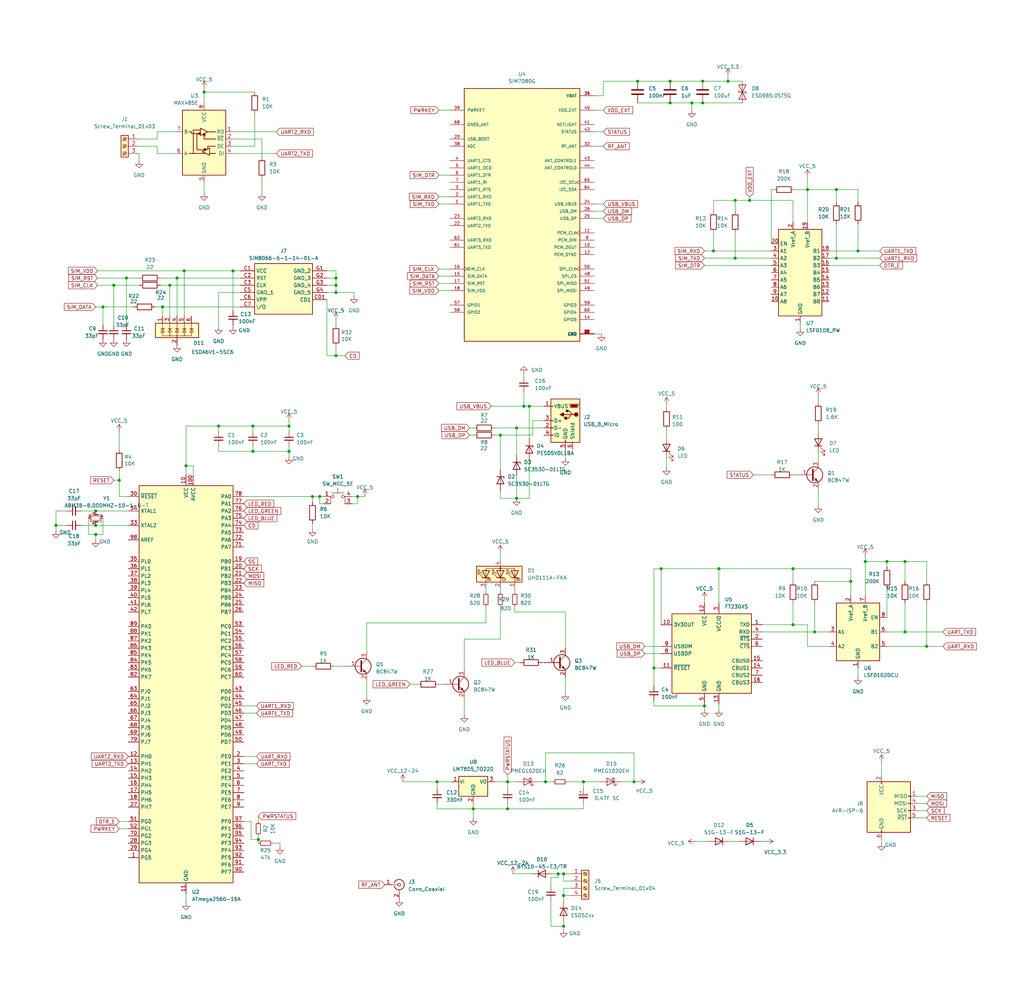
<source format=kicad_sch>
(kicad_sch (version 20230121) (generator eeschema)
  (paper "User" 359.994 350.012)
  (title_block (title "GSM Teknik - Modbus master") (date "2023-03-17") (company "GSM Teknik"))
  (junction (at 90.805 295.275))
  (junction (at 64.77 95.25))
  (junction (at 247.015 28.575))
  (junction (at 175.895 153.035))
  (junction (at 278.765 200.025))
  (junction (at 278.765 219.71))
  (junction (at 294.005 90.805))
  (junction (at 33.655 179.705))
  (junction (at 286.385 222.25))
  (junction (at 118.11 125.095))
  (junction (at 252.73 200.025))
  (junction (at 263.525 70.485))
  (junction (at 181.61 175.26))
  (junction (at 255.905 28.575))
  (junction (at 62.23 97.79))
  (junction (at 229.87 234.95))
  (junction (at 118.11 97.79))
  (junction (at 205.105 274.955))
  (junction (at 301.625 88.265))
  (junction (at 88.9 158.75))
  (junction (at 318.135 197.485))
  (junction (at 304.165 197.485))
  (junction (at 191.77 274.955))
  (junction (at 222.885 274.955))
  (junction (at 198.12 325.755))
  (junction (at 325.755 227.33))
  (junction (at 224.155 28.575))
  (junction (at 59.69 100.33))
  (junction (at 101.6 149.86))
  (junction (at 186.055 142.875))
  (junction (at 153.67 274.955))
  (junction (at 235.585 28.575))
  (junction (at 40.005 100.33))
  (junction (at 258.445 90.805))
  (junction (at 184.15 142.875))
  (junction (at 250.825 88.265))
  (junction (at 247.65 248.285))
  (junction (at 283.845 66.675))
  (junction (at 178.435 274.955))
  (junction (at 178.435 284.48))
  (junction (at 235.585 36.195))
  (junction (at 294.005 66.675))
  (junction (at 41.91 168.91))
  (junction (at 311.785 197.485))
  (junction (at 232.41 200.025))
  (junction (at 88.9 149.86))
  (junction (at 109.855 174.625))
  (junction (at 243.205 36.195))
  (junction (at 118.11 102.87))
  (junction (at 101.6 158.75))
  (junction (at 76.835 149.86))
  (junction (at 258.445 70.485))
  (junction (at 19.685 184.785))
  (junction (at 166.37 284.48))
  (junction (at 71.755 32.385))
  (junction (at 181.61 150.495))
  (junction (at 318.135 222.25))
  (junction (at 33.655 184.785))
  (junction (at 36.195 107.95))
  (junction (at 198.12 307.34))
  (junction (at 247.015 36.195))
  (junction (at 299.085 204.47))
  (junction (at 118.11 100.33))
  (junction (at 198.12 314.96))
  (junction (at 112.395 174.625))
  (junction (at 57.15 107.95))
  (junction (at 44.45 97.79))
  (junction (at 33.655 187.96))
  (junction (at 125.73 174.625))
  (junction (at 81.915 95.25))
  (junction (at 65.405 163.83))
  (junction (at 196.215 307.34))
  (wire (pts (xy 163.195 224.79) (xy 163.195 235.585)))
  (wire (pts (xy 33.655 184.785) (xy 45.085 184.785)))
  (wire (pts (xy 252.73 249.555) (xy 252.73 247.65)))
  (wire (pts (xy 90.805 295.275) (xy 90.805 296.545)))
  (wire (pts (xy 232.41 200.025) (xy 229.87 200.025)))
  (wire (pts (xy 153.67 284.48) (xy 166.37 284.48)))
  (wire (pts (xy 191.77 264.795) (xy 191.77 274.955)))
  (wire (pts (xy 278.765 212.09) (xy 278.765 219.71)))
  (wire (pts (xy 40.005 168.91) (xy 41.91 168.91)))
  (wire (pts (xy 250.825 88.265) (xy 271.145 88.265)))
  (wire (pts (xy 123.825 174.625) (xy 125.73 174.625)))
  (wire (pts (xy 153.67 282.575) (xy 153.67 284.48)))
  (wire (pts (xy 106.045 234.315) (xy 109.855 234.315)))
  (wire (pts (xy 85.725 288.925) (xy 88.265 288.925)))
  (wire (pts (xy 163.195 245.745) (xy 163.195 251.46)))
  (wire (pts (xy 229.87 248.285) (xy 247.65 248.285)))
  (wire (pts (xy 71.755 32.385) (xy 71.755 36.195)))
  (wire (pts (xy 252.73 200.025) (xy 252.73 212.09)))
  (wire (pts (xy 19.685 179.705) (xy 19.685 184.785)))
  (wire (pts (xy 90.17 268.605) (xy 85.725 268.605)))
  (wire (pts (xy 184.15 137.795) (xy 184.15 142.875)))
  (wire (pts (xy 258.445 70.485) (xy 263.525 70.485)))
  (wire (pts (xy 299.085 204.47) (xy 299.085 209.55)))
  (wire (pts (xy 34.29 97.79) (xy 44.45 97.79)))
  (wire (pts (xy 232.41 200.025) (xy 252.73 200.025)))
  (wire (pts (xy 101.6 149.86) (xy 88.9 149.86)))
  (wire (pts (xy 55.245 53.975) (xy 55.245 51.435)))
  (wire (pts (xy 278.765 78.105) (xy 278.765 70.485)))
  (wire (pts (xy 175.895 153.035) (xy 175.895 165.1)))
  (wire (pts (xy 309.88 267.97) (xy 309.88 272.415)))
  (wire (pts (xy 311.785 197.485) (xy 304.165 197.485)))
  (wire (pts (xy 114.935 95.25) (xy 118.11 95.25)))
  (wire (pts (xy 180.34 307.34) (xy 186.69 307.34)))
  (wire (pts (xy 98.425 296.545) (xy 95.885 296.545)))
  (wire (pts (xy 232.41 234.95) (xy 229.87 234.95)))
  (wire (pts (xy 180.975 215.265) (xy 180.975 213.36)))
  (wire (pts (xy 247.65 90.805) (xy 258.445 90.805)))
  (wire (pts (xy 234.315 142.24) (xy 234.315 143.51)))
  (wire (pts (xy 283.845 219.71) (xy 283.845 227.33)))
  (wire (pts (xy 175.895 172.72) (xy 175.895 175.26)))
  (wire (pts (xy 65.405 149.86) (xy 76.835 149.86)))
  (wire (pts (xy 59.69 100.33) (xy 59.69 111.125)))
  (wire (pts (xy 232.41 200.025) (xy 232.41 219.71)))
  (wire (pts (xy 33.655 179.705) (xy 45.085 179.705)))
  (wire (pts (xy 212.09 74.295) (xy 208.915 74.295)))
  (wire (pts (xy 124.46 102.87) (xy 118.11 102.87)))
  (wire (pts (xy 279.4 66.675) (xy 283.845 66.675)))
  (wire (pts (xy 178.435 284.48) (xy 166.37 284.48)))
  (wire (pts (xy 247.65 210.82) (xy 247.65 212.09)))
  (wire (pts (xy 222.885 274.955) (xy 222.885 264.795)))
  (wire (pts (xy 81.915 114.3) (xy 81.915 114.935)))
  (wire (pts (xy 247.65 248.285) (xy 247.65 247.65)))
  (wire (pts (xy 172.72 142.875) (xy 184.15 142.875)))
  (wire (pts (xy 178.435 284.48) (xy 205.105 284.48)))
  (wire (pts (xy 271.145 66.675) (xy 271.145 85.725)))
  (wire (pts (xy 212.09 33.655) (xy 212.09 28.575)))
  (wire (pts (xy 41.91 165.735) (xy 41.91 168.91)))
  (wire (pts (xy 205.105 274.955) (xy 205.105 277.495)))
  (wire (pts (xy 76.835 102.87) (xy 76.835 114.935)))
  (wire (pts (xy 198.12 314.96) (xy 198.12 316.865)))
  (wire (pts (xy 180.975 208.28) (xy 180.975 207.01)))
  (wire (pts (xy 28.575 184.785) (xy 33.655 184.785)))
  (wire (pts (xy 36.195 107.95) (xy 36.195 114.3)))
  (wire (pts (xy 286.385 222.25) (xy 291.465 222.25)))
  (wire (pts (xy 46.99 107.95) (xy 36.195 107.95)))
  (wire (pts (xy 40.005 100.33) (xy 48.895 100.33)))
  (wire (pts (xy 322.58 287.655) (xy 325.755 287.655)))
  (wire (pts (xy 154.305 71.755) (xy 158.115 71.755)))
  (wire (pts (xy 264.795 167.005) (xy 271.145 167.005)))
  (wire (pts (xy 247.015 28.575) (xy 255.905 28.575)))
  (wire (pts (xy 226.695 229.87) (xy 232.41 229.87)))
  (wire (pts (xy 112.395 174.625) (xy 113.665 174.625)))
  (wire (pts (xy 218.44 274.955) (xy 222.885 274.955)))
  (wire (pts (xy 62.23 97.79) (xy 84.455 97.79)))
  (wire (pts (xy 178.435 274.955) (xy 178.435 277.495)))
  (wire (pts (xy 278.765 204.47) (xy 278.765 200.025)))
  (wire (pts (xy 81.915 95.25) (xy 81.915 109.22)))
  (wire (pts (xy 153.67 274.955) (xy 153.67 277.495)))
  (wire (pts (xy 36.195 107.95) (xy 33.655 107.95)))
  (wire (pts (xy 198.12 325.755) (xy 198.12 327.025)))
  (wire (pts (xy 294.005 90.805) (xy 309.245 90.805)))
  (wire (pts (xy 175.895 208.28) (xy 175.895 207.01)))
  (wire (pts (xy 76.835 156.845) (xy 76.835 158.75)))
  (wire (pts (xy 205.105 274.955) (xy 210.82 274.955)))
  (wire (pts (xy 98.425 297.815) (xy 98.425 296.545)))
  (wire (pts (xy 125.73 177.165) (xy 125.73 174.625)))
  (wire (pts (xy 41.91 174.625) (xy 45.085 174.625)))
  (wire (pts (xy 198.755 238.125) (xy 198.755 243.84)))
  (wire (pts (xy 286.385 204.47) (xy 299.085 204.47)))
  (wire (pts (xy 178.435 274.955) (xy 181.61 274.955)))
  (wire (pts (xy 212.09 46.355) (xy 208.915 46.355)))
  (wire (pts (xy 84.455 107.95) (xy 57.15 107.95)))
  (wire (pts (xy 175.895 175.26) (xy 181.61 175.26)))
  (wire (pts (xy 114.935 100.33) (xy 118.11 100.33)))
  (wire (pts (xy 200.66 309.88) (xy 198.12 309.88)))
  (wire (pts (xy 62.23 111.125) (xy 62.23 97.79)))
  (wire (pts (xy 56.515 97.79) (xy 62.23 97.79)))
  (wire (pts (xy 212.09 33.655) (xy 208.915 33.655)))
  (wire (pts (xy 121.285 125.095) (xy 118.11 125.095)))
  (wire (pts (xy 258.445 90.805) (xy 271.145 90.805)))
  (wire (pts (xy 212.09 51.435) (xy 208.915 51.435)))
  (wire (pts (xy 175.895 194.31) (xy 175.895 196.85)))
  (wire (pts (xy 114.935 97.79) (xy 118.11 97.79)))
  (wire (pts (xy 81.915 53.975) (xy 97.155 53.975)))
  (wire (pts (xy 55.245 51.435) (xy 48.895 51.435)))
  (wire (pts (xy 247.015 36.195) (xy 260.985 36.195)))
  (wire (pts (xy 101.6 158.75) (xy 101.6 160.655)))
  (wire (pts (xy 287.655 159.385) (xy 287.655 161.925)))
  (wire (pts (xy 88.265 295.275) (xy 88.265 288.925)))
  (wire (pts (xy 170.815 213.36) (xy 170.815 219.075)))
  (wire (pts (xy 222.885 274.955) (xy 224.155 274.955)))
  (wire (pts (xy 226.695 227.33) (xy 232.41 227.33)))
  (wire (pts (xy 181.61 167.64) (xy 181.61 175.26)))
  (wire (pts (xy 229.87 246.38) (xy 229.87 248.285)))
  (wire (pts (xy 318.135 212.09) (xy 318.135 222.25)))
  (wire (pts (xy 153.67 274.955) (xy 158.75 274.955)))
  (wire (pts (xy 76.835 158.75) (xy 88.9 158.75)))
  (wire (pts (xy 61.595 46.355) (xy 55.245 46.355)))
  (wire (pts (xy 118.11 121.92) (xy 118.11 125.095)))
  (wire (pts (xy 199.39 274.955) (xy 205.105 274.955)))
  (wire (pts (xy 65.405 163.83) (xy 65.405 167.005)))
  (wire (pts (xy 88.9 158.75) (xy 101.6 158.75)))
  (wire (pts (xy 112.395 177.165) (xy 112.395 174.625)))
  (wire (pts (xy 287.655 149.225) (xy 287.655 151.765)))
  (wire (pts (xy 294.005 66.675) (xy 283.845 66.675)))
  (wire (pts (xy 243.205 36.195) (xy 247.015 36.195)))
  (wire (pts (xy 123.825 177.165) (xy 125.73 177.165)))
  (wire (pts (xy 325.755 212.09) (xy 325.755 227.33)))
  (wire (pts (xy 170.815 208.28) (xy 170.815 207.01)))
  (wire (pts (xy 88.9 156.845) (xy 88.9 158.75)))
  (wire (pts (xy 198.12 309.88) (xy 198.12 307.34)))
  (wire (pts (xy 118.11 95.25) (xy 118.11 97.79)))
  (wire (pts (xy 186.055 142.875) (xy 191.135 142.875)))
  (wire (pts (xy 198.755 158.115) (xy 198.755 161.163)))
  (wire (pts (xy 89.535 32.385) (xy 71.755 32.385)))
  (wire (pts (xy 154.305 61.595) (xy 158.115 61.595)))
  (wire (pts (xy 198.755 215.265) (xy 198.755 227.965)))
  (wire (pts (xy 271.145 66.675) (xy 271.78 66.675)))
  (wire (pts (xy 196.215 307.34) (xy 198.12 307.34)))
  (wire (pts (xy 118.11 125.095) (xy 114.935 125.095)))
  (wire (pts (xy 41.91 168.91) (xy 41.91 174.625)))
  (wire (pts (xy 301.625 71.12) (xy 301.625 66.675)))
  (wire (pts (xy 229.87 200.025) (xy 229.87 234.95)))
  (wire (pts (xy 243.205 36.195) (xy 243.205 38.735)))
  (wire (pts (xy 36.195 187.96) (xy 33.655 187.96)))
  (wire (pts (xy 154.305 102.235) (xy 158.115 102.235)))
  (wire (pts (xy 247.65 88.265) (xy 250.825 88.265)))
  (wire (pts (xy 267.335 295.91) (xy 269.24 295.91)))
  (wire (pts (xy 89.535 51.435) (xy 89.535 40.005)))
  (wire (pts (xy 128.905 239.395) (xy 128.905 245.11)))
  (wire (pts (xy 184.15 142.875) (xy 186.055 142.875)))
  (wire (pts (xy 198.12 307.34) (xy 200.66 307.34)))
  (wire (pts (xy 190.5 233.045) (xy 191.135 233.045)))
  (wire (pts (xy 311.785 207.01) (xy 311.785 217.17)))
  (wire (pts (xy 263.525 70.485) (xy 278.765 70.485)))
  (wire (pts (xy 81.915 51.435) (xy 89.535 51.435)))
  (wire (pts (xy 34.29 100.33) (xy 40.005 100.33)))
  (wire (pts (xy 154.305 240.665) (xy 155.575 240.665)))
  (wire (pts (xy 267.97 222.25) (xy 286.385 222.25)))
  (wire (pts (xy 205.105 282.575) (xy 205.105 284.48)))
  (wire (pts (xy 55.245 46.355) (xy 55.245 48.895)))
  (wire (pts (xy 65.405 149.86) (xy 65.405 163.83)))
  (wire (pts (xy 318.135 204.47) (xy 318.135 197.485)))
  (wire (pts (xy 31.115 182.245) (xy 31.115 187.96)))
  (wire (pts (xy 304.165 195.58) (xy 304.165 197.485)))
  (wire (pts (xy 19.685 184.785) (xy 19.685 186.69)))
  (wire (pts (xy 301.625 234.95) (xy 301.625 238.125)))
  (wire (pts (xy 294.005 71.12) (xy 294.005 66.675)))
  (wire (pts (xy 48.895 48.895) (xy 55.245 48.895)))
  (wire (pts (xy 76.835 149.86) (xy 88.9 149.86)))
  (wire (pts (xy 65.405 163.83) (xy 67.945 163.83)))
  (wire (pts (xy 90.805 294.005) (xy 90.805 295.275)))
  (wire (pts (xy 117.475 234.315) (xy 121.285 234.315)))
  (wire (pts (xy 189.23 274.955) (xy 191.77 274.955)))
  (wire (pts (xy 31.115 187.96) (xy 33.655 187.96)))
  (wire (pts (xy 154.305 94.615) (xy 158.115 94.615)))
  (wire (pts (xy 175.895 153.035) (xy 187.325 153.035)))
  (wire (pts (xy 180.975 233.045) (xy 182.88 233.045)))
  (wire (pts (xy 322.58 280.035) (xy 325.755 280.035)))
  (wire (pts (xy 256.54 295.91) (xy 259.715 295.91)))
  (wire (pts (xy 255.905 28.575) (xy 260.985 28.575)))
  (wire (pts (xy 283.845 66.675) (xy 283.845 78.105)))
  (wire (pts (xy 283.845 62.23) (xy 283.845 66.675)))
  (wire (pts (xy 61.595 53.975) (xy 55.245 53.975)))
  (wire (pts (xy 92.075 62.865) (xy 92.075 67.945)))
  (wire (pts (xy 33.655 187.96) (xy 33.655 189.865)))
  (wire (pts (xy 244.475 295.91) (xy 248.92 295.91)))
  (wire (pts (xy 154.305 69.215) (xy 158.115 69.215)))
  (wire (pts (xy 165.1 153.035) (xy 166.37 153.035)))
  (wire (pts (xy 278.765 167.005) (xy 280.035 167.005)))
  (wire (pts (xy 166.37 284.48) (xy 166.37 287.655)))
  (wire (pts (xy 250.825 74.295) (xy 250.825 70.485)))
  (wire (pts (xy 301.625 78.74) (xy 301.625 88.265)))
  (wire (pts (xy 193.675 316.865) (xy 193.675 325.755)))
  (wire (pts (xy 325.755 204.47) (xy 325.755 197.485)))
  (wire (pts (xy 322.58 285.115) (xy 325.755 285.115)))
  (wire (pts (xy 23.495 179.705) (xy 19.685 179.705)))
  (wire (pts (xy 250.825 70.485) (xy 258.445 70.485)))
  (wire (pts (xy 247.65 249.555) (xy 247.65 248.285)))
  (wire (pts (xy 23.495 184.785) (xy 19.685 184.785)))
  (wire (pts (xy 198.12 312.42) (xy 198.12 314.96)))
  (wire (pts (xy 178.435 282.575) (xy 178.435 284.48)))
  (wire (pts (xy 200.66 312.42) (xy 198.12 312.42)))
  (wire (pts (xy 118.11 97.79) (xy 118.11 100.33)))
  (wire (pts (xy 325.755 227.33) (xy 331.47 227.33)))
  (wire (pts (xy 194.31 307.34) (xy 196.215 307.34)))
  (wire (pts (xy 165.1 150.495) (xy 166.37 150.495)))
  (wire (pts (xy 71.755 31.115) (xy 71.755 32.385)))
  (wire (pts (xy 311.785 199.39) (xy 311.785 197.485)))
  (wire (pts (xy 247.65 93.345) (xy 271.145 93.345)))
  (wire (pts (xy 141.605 274.955) (xy 153.67 274.955)))
  (wire (pts (xy 118.11 100.33) (xy 118.11 102.87)))
  (wire (pts (xy 193.675 325.755) (xy 198.12 325.755)))
  (wire (pts (xy 200.66 314.96) (xy 198.12 314.96)))
  (wire (pts (xy 212.09 28.575) (xy 224.155 28.575)))
  (wire (pts (xy 193.675 308.61) (xy 196.215 308.61)))
  (wire (pts (xy 154.305 38.735) (xy 158.115 38.735)))
  (wire (pts (xy 114.935 102.87) (xy 118.11 102.87)))
  (wire (pts (xy 304.165 197.485) (xy 304.165 209.55)))
  (wire (pts (xy 184.15 131.445) (xy 184.15 132.715)))
  (wire (pts (xy 224.155 36.195) (xy 235.585 36.195)))
  (wire (pts (xy 84.455 102.87) (xy 76.835 102.87)))
  (wire (pts (xy 48.895 53.975) (xy 48.895 56.515)))
  (wire (pts (xy 41.91 291.465) (xy 45.085 291.465)))
  (wire (pts (xy 198.755 215.265) (xy 180.975 215.265)))
  (wire (pts (xy 234.315 151.13) (xy 234.315 153.67)))
  (wire (pts (xy 57.15 107.95) (xy 57.15 111.125)))
  (wire (pts (xy 212.09 71.755) (xy 208.915 71.755)))
  (wire (pts (xy 41.91 288.925) (xy 45.085 288.925)))
  (wire (pts (xy 278.765 219.71) (xy 283.845 219.71)))
  (wire (pts (xy 64.77 95.25) (xy 81.915 95.25)))
  (wire (pts (xy 173.99 150.495) (xy 181.61 150.495)))
  (wire (pts (xy 229.87 234.95) (xy 229.87 241.3)))
  (wire (pts (xy 163.195 224.79) (xy 175.895 224.79)))
  (wire (pts (xy 59.69 100.33) (xy 84.455 100.33)))
  (wire (pts (xy 101.6 149.86) (xy 101.6 151.765)))
  (wire (pts (xy 40.005 100.33) (xy 40.005 114.3)))
  (wire (pts (xy 222.885 264.795) (xy 191.77 264.795)))
  (wire (pts (xy 109.855 184.15) (xy 109.855 186.055)))
  (wire (pts (xy 28.575 179.705) (xy 33.655 179.705)))
  (wire (pts (xy 235.585 28.575) (xy 247.015 28.575)))
  (wire (pts (xy 88.9 149.86) (xy 88.9 151.765)))
  (wire (pts (xy 113.665 177.165) (xy 112.395 177.165)))
  (wire (pts (xy 154.305 97.155) (xy 158.115 97.155)))
  (wire (pts (xy 193.675 311.785) (xy 193.675 308.61)))
  (wire (pts (xy 212.09 76.835) (xy 208.915 76.835)))
  (wire (pts (xy 114.935 125.095) (xy 114.935 105.41)))
  (wire (pts (xy 258.445 70.485) (xy 258.445 74.295)))
  (wire (pts (xy 181.61 160.02) (xy 181.61 150.495)))
  (wire (pts (xy 318.135 222.25) (xy 331.47 222.25)))
  (wire (pts (xy 81.915 46.355) (xy 97.155 46.355)))
  (wire (pts (xy 294.005 78.74) (xy 294.005 90.805)))
  (wire (pts (xy 258.445 81.915) (xy 258.445 90.805)))
  (wire (pts (xy 191.77 274.955) (xy 194.31 274.955)))
  (wire (pts (xy 85.725 248.285) (xy 90.17 248.285)))
  (wire (pts (xy 109.855 174.625) (xy 109.855 176.53)))
  (wire (pts (xy 85.725 250.825) (xy 90.17 250.825)))
  (wire (pts (xy 198.12 324.485) (xy 198.12 325.755)))
  (wire (pts (xy 101.6 147.955) (xy 101.6 149.86)))
  (wire (pts (xy 124.46 102.87) (xy 124.46 104.14)))
  (wire (pts (xy 44.45 97.79) (xy 48.895 97.79)))
  (wire (pts (xy 109.855 174.625) (xy 112.395 174.625)))
  (wire (pts (xy 125.73 174.625) (xy 128.27 174.625)))
  (wire (pts (xy 76.835 149.86) (xy 76.835 151.765)))
  (wire (pts (xy 67.945 163.83) (xy 67.945 167.005)))
  (wire (pts (xy 92.075 48.895) (xy 81.915 48.895)))
  (wire (pts (xy 85.725 174.625) (xy 109.855 174.625)))
  (wire (pts (xy 90.805 287.02) (xy 90.805 288.925)))
  (wire (pts (xy 90.17 266.065) (xy 85.725 266.065)))
  (wire (pts (xy 235.585 36.195) (xy 243.205 36.195)))
  (wire (pts (xy 291.465 88.265) (xy 301.625 88.265)))
  (wire (pts (xy 281.305 113.665) (xy 281.305 115.57)))
  (wire (pts (xy 255.905 26.67) (xy 255.905 28.575)))
  (wire (pts (xy 301.625 66.675) (xy 294.005 66.675)))
  (wire (pts (xy 291.465 90.805) (xy 294.005 90.805)))
  (wire (pts (xy 154.305 99.695) (xy 158.115 99.695)))
  (wire (pts (xy 128.905 219.075) (xy 128.905 229.235)))
  (wire (pts (xy 144.145 240.665) (xy 146.685 240.665)))
  (wire (pts (xy 44.45 97.79) (xy 44.45 114.3)))
  (wire (pts (xy 128.905 219.075) (xy 170.815 219.075)))
  (wire (pts (xy 191.135 147.955) (xy 187.325 147.955)))
  (wire (pts (xy 118.11 112.395) (xy 118.11 114.3)))
  (wire (pts (xy 263.525 69.215) (xy 263.525 70.485)))
  (wire (pts (xy 311.785 227.33) (xy 325.755 227.33)))
  (wire (pts (xy 224.155 28.575) (xy 235.585 28.575)))
  (wire (pts (xy 175.895 213.36) (xy 175.895 224.79)))
  (wire (pts (xy 212.09 38.735) (xy 208.915 38.735)))
  (wire (pts (xy 318.135 197.485) (xy 311.785 197.485)))
  (wire (pts (xy 178.435 272.415) (xy 178.435 274.955)))
  (wire (pts (xy 186.055 175.26) (xy 181.61 175.26)))
  (wire (pts (xy 187.325 147.955) (xy 187.325 153.035)))
  (wire (pts (xy 211.455 117.475) (xy 208.915 117.475)))
  (wire (pts (xy 101.6 156.845) (xy 101.6 158.75)))
  (wire (pts (xy 92.075 55.245) (xy 92.075 48.895)))
  (wire (pts (xy 57.15 107.95) (xy 54.61 107.95)))
  (wire (pts (xy 287.655 172.085) (xy 287.655 177.8)))
  (wire (pts (xy 311.785 222.25) (xy 318.135 222.25)))
  (wire (pts (xy 186.055 142.875) (xy 186.055 154.305)))
  (wire (pts (xy 196.215 308.61) (xy 196.215 307.34)))
  (wire (pts (xy 65.405 314.325) (xy 65.405 317.5)))
  (wire (pts (xy 166.37 282.575) (xy 166.37 284.48)))
  (wire (pts (xy 41.91 151.765) (xy 41.91 158.115)))
  (wire (pts (xy 301.625 88.265) (xy 309.245 88.265)))
  (wire (pts (xy 234.315 161.29) (xy 234.315 164.465)))
  (wire (pts (xy 291.465 93.345) (xy 309.245 93.345)))
  (wire (pts (xy 252.73 200.025) (xy 278.765 200.025)))
  (wire (pts (xy 250.825 81.915) (xy 250.825 88.265)))
  (wire (pts (xy 173.99 153.035) (xy 175.895 153.035)))
  (wire (pts (xy 71.755 64.135) (xy 71.755 67.945)))
  (wire (pts (xy 181.61 150.495) (xy 191.135 150.495)))
  (wire (pts (xy 278.765 200.025) (xy 299.085 200.025)))
  (wire (pts (xy 322.58 282.575) (xy 325.755 282.575)))
  (wire (pts (xy 36.195 182.245) (xy 36.195 187.96)))
  (wire (pts (xy 283.845 227.33) (xy 291.465 227.33)))
  (wire (pts (xy 173.99 274.955) (xy 178.435 274.955)))
  (wire (pts (xy 325.755 197.485) (xy 318.135 197.485)))
  (wire (pts (xy 299.085 200.025) (xy 299.085 204.47)))
  (wire (pts (xy 56.515 100.33) (xy 59.69 100.33)))
  (wire (pts (xy 90.805 295.275) (xy 88.265 295.275)))
  (wire (pts (xy 186.055 161.925) (xy 186.055 175.26)))
  (wire (pts (xy 287.655 139.065) (xy 287.655 141.605)))
  (wire (pts (xy 267.97 219.71) (xy 278.765 219.71)))
  (wire (pts (xy 64.77 95.25) (xy 34.29 95.25)))
  (wire (pts (xy 309.88 295.275) (xy 309.88 296.545)))
  (wire (pts (xy 81.915 95.25) (xy 84.455 95.25)))
  (wire (pts (xy 286.385 212.09) (xy 286.385 222.25)))
  (wire (pts (xy 64.77 95.25) (xy 64.77 111.125)))
  (global_label "SIM_VDD" (shape input) (at 34.29 95.25 180) (property "Intersheetrefs" "${INTERSHEET_REFS}" (effects hide)))
  (global_label "MISO" (shape input) (at 325.755 280.035 0) (property "Intersheetrefs" "${INTERSHEET_REFS}" (effects hide)))
  (global_label "UART1_RXD" (shape input) (at 90.17 248.285 0) (property "Intersheetrefs" "${INTERSHEET_REFS}" (effects hide)))
  (global_label "LED_GREEN" (shape input) (at 85.725 179.705 0) (property "Intersheetrefs" "${INTERSHEET_REFS}" (effects hide)))
  (global_label "USB_DP" (shape input) (at 212.09 76.835 0) (property "Intersheetrefs" "${INTERSHEET_REFS}" (effects hide)))
  (global_label "PWRSTATUS" (shape input) (at 90.805 287.02 0) (property "Intersheetrefs" "${INTERSHEET_REFS}" (effects hide)))
  (global_label "UART2_TXD" (shape input) (at 97.155 53.975 0) (property "Intersheetrefs" "${INTERSHEET_REFS}" (effects hide)))
  (global_label "PWRKEY" (shape input) (at 41.91 291.465 180) (property "Intersheetrefs" "${INTERSHEET_REFS}" (effects hide)))
  (global_label "SIM_RST" (shape input) (at 34.29 97.79 180) (property "Intersheetrefs" "${INTERSHEET_REFS}" (effects hide)))
  (global_label "RESET" (shape input) (at 325.755 287.655 0) (property "Intersheetrefs" "${INTERSHEET_REFS}" (effects hide)))
  (global_label "UART2_RXD" (shape input) (at 45.085 266.065 180) (property "Intersheetrefs" "${INTERSHEET_REFS}" (effects hide)))
  (global_label "LED_BLUE" (shape input) (at 85.725 182.245 0) (property "Intersheetrefs" "${INTERSHEET_REFS}" (effects hide)))
  (global_label "SIM_VDD" (shape input) (at 154.305 102.235 180) (property "Intersheetrefs" "${INTERSHEET_REFS}" (effects hide)))
  (global_label "SIM_CLK" (shape input) (at 34.29 100.33 180) (property "Intersheetrefs" "${INTERSHEET_REFS}" (effects hide)))
  (global_label "LED_BLUE" (shape input) (at 180.975 233.045 180) (property "Intersheetrefs" "${INTERSHEET_REFS}" (effects hide)))
  (global_label "DTR_E" (shape input) (at 309.245 93.345 0) (property "Intersheetrefs" "${INTERSHEET_REFS}" (effects hide)))
  (global_label "PWRSTATUS" (shape input) (at 178.435 272.415 90) (property "Intersheetrefs" "${INTERSHEET_REFS}" (effects hide)))
  (global_label "UART1_TXD" (shape input) (at 309.245 88.265 0) (property "Intersheetrefs" "${INTERSHEET_REFS}" (effects hide)))
  (global_label "SIM_TXD" (shape input) (at 154.305 71.755 180) (property "Intersheetrefs" "${INTERSHEET_REFS}" (effects hide)))
  (global_label "USB_DM" (shape input) (at 226.695 227.33 180) (property "Intersheetrefs" "${INTERSHEET_REFS}" (effects hide)))
  (global_label "CD" (shape input) (at 121.285 125.095 0) (property "Intersheetrefs" "${INTERSHEET_REFS}" (effects hide)))
  (global_label "STATUS" (shape input) (at 212.09 46.355 0) (property "Intersheetrefs" "${INTERSHEET_REFS}" (effects hide)))
  (global_label "RF_ANT" (shape input) (at 135.255 311.15 180) (property "Intersheetrefs" "${INTERSHEET_REFS}" (effects hide)))
  (global_label "LED_RED" (shape input) (at 85.725 177.165 0) (property "Intersheetrefs" "${INTERSHEET_REFS}" (effects hide)))
  (global_label "UART1_TXD" (shape input) (at 90.17 250.825 0) (property "Intersheetrefs" "${INTERSHEET_REFS}" (effects hide)))
  (global_label "CD" (shape input) (at 85.725 184.785 0) (property "Intersheetrefs" "${INTERSHEET_REFS}" (effects hide)))
  (global_label "VDD_EXT" (shape input) (at 263.525 69.215 90) (property "Intersheetrefs" "${INTERSHEET_REFS}" (effects hide)))
  (global_label "SIM_RST" (shape input) (at 154.305 99.695 180) (property "Intersheetrefs" "${INTERSHEET_REFS}" (effects hide)))
  (global_label "UART2_RXD" (shape input) (at 97.155 46.355 0) (property "Intersheetrefs" "${INTERSHEET_REFS}" (effects hide)))
  (global_label "PWRKEY" (shape input) (at 154.305 38.735 180) (property "Intersheetrefs" "${INTERSHEET_REFS}" (effects hide)))
  (global_label "DTR_E" (shape input) (at 41.91 288.925 180) (property "Intersheetrefs" "${INTERSHEET_REFS}" (effects hide)))
  (global_label "MOSI" (shape input) (at 325.755 282.575 0) (property "Intersheetrefs" "${INTERSHEET_REFS}" (effects hide)))
  (global_label "SIM_RXD" (shape input) (at 154.305 69.215 180) (property "Intersheetrefs" "${INTERSHEET_REFS}" (effects hide)))
  (global_label "USB_VBUS" (shape input) (at 212.09 71.755 0) (property "Intersheetrefs" "${INTERSHEET_REFS}" (effects hide)))
  (global_label "SIM_DATA" (shape input) (at 154.305 97.155 180) (property "Intersheetrefs" "${INTERSHEET_REFS}" (effects hide)))
  (global_label "USB_DP" (shape input) (at 165.1 153.035 180) (property "Intersheetrefs" "${INTERSHEET_REFS}" (effects hide)))
  (global_label "UART_RXD" (shape input) (at 331.47 227.33 0) (property "Intersheetrefs" "${INTERSHEET_REFS}" (effects hide)))
  (global_label "UART_RXD" (shape input) (at 90.17 266.065 0) (property "Intersheetrefs" "${INTERSHEET_REFS}" (effects hide)))
  (global_label "UART_TXD" (shape input) (at 90.17 268.605 0) (property "Intersheetrefs" "${INTERSHEET_REFS}" (effects hide)))
  (global_label "MOSI" (shape input) (at 85.725 202.565 0) (property "Intersheetrefs" "${INTERSHEET_REFS}" (effects hide)))
  (global_label "UART1_RXD" (shape input) (at 309.245 90.805 0) (property "Intersheetrefs" "${INTERSHEET_REFS}" (effects hide)))
  (global_label "VDD_EXT" (shape input) (at 212.09 38.735 0) (property "Intersheetrefs" "${INTERSHEET_REFS}" (effects hide)))
  (global_label "SIM_RXD" (shape input) (at 247.65 88.265 180) (property "Intersheetrefs" "${INTERSHEET_REFS}" (effects hide)))
  (global_label "SCK" (shape input) (at 325.755 285.115 0) (property "Intersheetrefs" "${INTERSHEET_REFS}" (effects hide)))
  (global_label "SIM_TXD" (shape input) (at 247.65 90.805 180) (property "Intersheetrefs" "${INTERSHEET_REFS}" (effects hide)))
  (global_label "UART2_TXD" (shape input) (at 45.085 268.605 180) (property "Intersheetrefs" "${INTERSHEET_REFS}" (effects hide)))
  (global_label "SS" (shape input) (at 85.725 197.485 0) (property "Intersheetrefs" "${INTERSHEET_REFS}" (effects hide)))
  (global_label "RF_ANT" (shape input) (at 212.09 51.435 0) (property "Intersheetrefs" "${INTERSHEET_REFS}" (effects hide)))
  (global_label "USB_DP" (shape input) (at 226.695 229.87 180) (property "Intersheetrefs" "${INTERSHEET_REFS}" (effects hide)))
  (global_label "USB_DM" (shape input) (at 212.09 74.295 0) (property "Intersheetrefs" "${INTERSHEET_REFS}" (effects hide)))
  (global_label "RESET" (shape input) (at 40.005 168.91 180) (property "Intersheetrefs" "${INTERSHEET_REFS}" (effects hide)))
  (global_label "MISO" (shape input) (at 85.725 205.105 0) (property "Intersheetrefs" "${INTERSHEET_REFS}" (effects hide)))
  (global_label "SIM_CLK" (shape input) (at 154.305 94.615 180) (property "Intersheetrefs" "${INTERSHEET_REFS}" (effects hide)))
  (global_label "UART_TXD" (shape input) (at 331.47 222.25 0) (property "Intersheetrefs" "${INTERSHEET_REFS}" (effects hide)))
  (global_label "USB_VBUS" (shape input) (at 172.72 142.875 180) (property "Intersheetrefs" "${INTERSHEET_REFS}" (effects hide)))
  (global_label "SCK" (shape input) (at 85.725 200.025 0) (property "Intersheetrefs" "${INTERSHEET_REFS}" (effects hide)))
  (global_label "USB_DM" (shape input) (at 165.1 150.495 180) (property "Intersheetrefs" "${INTERSHEET_REFS}" (effects hide)))
  (global_label "STATUS" (shape input) (at 264.795 167.005 180) (property "Intersheetrefs" "${INTERSHEET_REFS}" (effects hide)))
  (global_label "LED_RED" (shape input) (at 106.045 234.315 180) (property "Intersheetrefs" "${INTERSHEET_REFS}" (effects hide)))
  (global_label "LED_GREEN" (shape input) (at 144.145 240.665 180) (property "Intersheetrefs" "${INTERSHEET_REFS}" (effects hide)))
  (global_label "SIM_DATA" (shape input) (at 33.655 107.95 180) (property "Intersheetrefs" "${INTERSHEET_REFS}" (effects hide)))
  (global_label "SIM_DTR" (shape input) (at 154.305 61.595 180) (property "Intersheetrefs" "${INTERSHEET_REFS}" (effects hide)))
  (global_label "SIM_DTR" (shape input) (at 247.65 93.345 180) (property "Intersheetrefs" "${INTERSHEET_REFS}" (effects hide)))
  (symbol (lib_id "Diode:PMEG1020EH") (at 214.63 274.955 180) (unit 1)
    (property "Reference" "D15" (at 214.9475 268.605 0))
    (property "Value" "PMEG1020EH" (at 214.9475 271.145 0))
    (property "Footprint" "Diode_SMD:D_SOD-123F" (effects hide))
    (property "Datasheet" "https://assets.nexperia.com/documents/data-sheet/PMEG1020EH_EJ.pdf" (effects hide))
  )
  (symbol (lib_id "Device:C_Small") (at 178.435 280.035 0) (unit 1)
    (property "Reference" "C14" (at 182.245 278.765 0) (effects (justify left)))
    (property "Value" "100nF" (at 182.245 281.305 0) (effects (justify left)))
    (property "Footprint" "Capacitor_SMD:C_0402_1005Metric" (effects hide))
  )
  (symbol (lib_id "Diode:ESD5Zxx") (at 181.61 163.83 270) (unit 1)
    (property "Reference" "D3" (at 184.15 162.5599 90) (effects (justify left)))
    (property "Value" "SC3530-01LTG" (at 184.15 165.0999 90) (effects (justify left)))
    (property "Footprint" "Diode_SMD:D_SOD-523" (effects hide))
    (property "Datasheet" "https://www.mouser.dk/datasheet/2/240/Littelfuse_8_25_2022_littelfuse_tvs_diode_array_SC-3009802.pdf" (effects hide))
  )
  (symbol (lib_id "Connector:Conn_Coaxial") (at 140.335 311.15 0) (unit 1)
    (property "Reference" "J3" (at 143.51 310.1731 0) (effects (justify left)))
    (property "Value" "Conn_Coaxial" (at 143.51 312.7131 0) (effects (justify left)))
    (property "Footprint" "Connector_Coaxial:U.FL_Hirose_U.FL-R-SMT-1_Vertical" (effects hide))
    (property "Datasheet" " ~" (effects hide))
  )
  (symbol (lib_id "power:GND") (at 62.23 121.285 0) (unit 1)
    (property "Reference" "#PWR022" (effects hide))
    (property "Value" "GND" (at 62.23 126.365 0))
  )
  (symbol (lib_id "Transistor_BJT:BC847W") (at 196.215 233.045 0) (unit 1)
    (property "Reference" "Q3" (at 201.93 232.41 0) (effects (justify left)))
    (property "Value" "BC847W" (at 201.93 234.95 0) (effects (justify left)))
    (property "Footprint" "Package_TO_SOT_SMD:SOT-323_SC-70" (effects hide))
    (property "Datasheet" "http://www.infineon.com/dgdl/Infineon-BC847SERIES_BC848SERIES_BC849SERIES_BC850SERIES-DS-v01_01-en.pdf?fileId=db3a304314dca389011541d4630a1657" (effects hide))
  )
  (symbol (lib_id "power:GND") (at 44.45 119.38 0) (unit 1)
    (property "Reference" "#PWR020" (effects hide))
    (property "Value" "GND" (at 44.45 124.46 0))
  )
  (symbol (lib_id "Device:R") (at 186.69 233.045 90) (unit 1)
    (property "Reference" "R31" (at 186.69 228.6 90))
    (property "Value" "1K" (at 186.69 231.14 90))
    (property "Footprint" "Resistor_SMD:R_0402_1005Metric" (effects hide))
  )
  (symbol (lib_id "Device:C_Small") (at 101.6 154.305 0) (unit 1)
    (property "Reference" "C3" (at 104.14 153.0412 0) (effects (justify left)))
    (property "Value" "100nF" (at 104.14 155.5812 0) (effects (justify left)))
    (property "Footprint" "Capacitor_SMD:C_0402_1005Metric" (effects hide))
  )
  (symbol (lib_id "power:GND") (at 36.195 119.38 0) (unit 1)
    (property "Reference" "#PWR018" (effects hide))
    (property "Value" "GND" (at 36.195 124.46 0))
  )
  (symbol (lib_id "Device:LED_BGRA") (at 175.895 201.93 90) (unit 1)
    (property "Reference" "D1" (at 185.42 200.6599 90) (effects (justify right)))
    (property "Value" "UHD111A-FKA" (at 185.42 203.1999 90) (effects (justify right)))
    (property "Footprint" "LED_SMD_RGB:LED_RGB_1_1_mm" (effects hide))
    (property "Datasheet" "https://www.mouser.dk/datasheet/2/723/CREE_9_23_2022_HB_UHD111A_FKA-3043931.pdf" (effects hide))
  )
  (symbol (lib_id "Device:R") (at 318.135 208.28 0) (mirror y) (unit 1)
    (property "Reference" "R15" (at 315.595 207.0099 0) (effects (justify left)))
    (property "Value" "10K" (at 315.595 209.5499 0) (effects (justify left)))
    (property "Footprint" "Resistor_SMD:R_0402_1005Metric" (effects hide))
  )
  (symbol (lib_id "Connector:AVR-ISP-6") (at 312.42 285.115 0) (unit 1)
    (property "Reference" "J6" (at 303.53 282.5749 0) (effects (justify right)))
    (property "Value" "AVR-ISP-6" (at 303.53 285.1149 0) (effects (justify right)))
    (property "Footprint" "Connector_PinSocket_2.54mm:PinSocket_2x03_P2.54mm_Vertical" (effects hide))
    (property "Datasheet" " ~" (effects hide))
  )
  (symbol (lib_id "power:GND") (at 140.335 316.23 0) (unit 1)
    (property "Reference" "#PWR021" (effects hide))
    (property "Value" "GND" (at 140.335 321.31 0))
  )
  (symbol (lib_id "Device:R_Small") (at 90.805 291.465 0) (mirror x) (unit 1)
    (property "Reference" "R2" (at 93.345 291.465 90))
    (property "Value" "10K" (at 95.885 291.465 90))
    (property "Footprint" "Resistor_SMD:R_0402_1005Metric" (effects hide))
  )
  (symbol (lib_name "VCC_5") (lib_id "power:VCC") (at 255.905 26.67 0) (unit 1)
    (property "Reference" "#PWR045" (effects hide))
    (property "Value" "+3.3V" (at 255.905 23.495 0))
  )
  (symbol (lib_id "power:GND") (at 198.755 161.163 0) (unit 1)
    (property "Reference" "#PWR011" (effects hide))
    (property "Value" "GND" (at 198.755 166.243 0))
  )
  (symbol (lib_id "Interface_UART:MAX485E") (at 71.755 48.895 0) (mirror y) (unit 1)
    (property "Reference" "U3" (at 69.7356 33.655 0) (effects (justify left)))
    (property "Value" "MAX485E" (at 69.7356 36.195 0) (effects (justify left)))
    (property "Footprint" "Package_SO:SOIC-8_3.9x4.9mm_P1.27mm" (effects hide))
    (property "Datasheet" "https://datasheets.maximintegrated.com/en/ds/MAX1487E-MAX491E.pdf" (effects hide))
  )
  (symbol (lib_id "power:GND") (at 184.15 131.445 180) (unit 1)
    (property "Reference" "#PWR028" (effects hide))
    (property "Value" "GND" (at 186.69 130.1749 0) (effects (justify right)))
  )
  (symbol (lib_id "power:GND") (at 92.075 67.945 0) (mirror y) (unit 1)
    (property "Reference" "#PWR03" (effects hide))
    (property "Value" "GND" (at 92.075 73.025 0))
  )
  (symbol (lib_id "power:GND") (at 71.755 67.945 0) (mirror y) (unit 1)
    (property "Reference" "#PWR02" (effects hide))
    (property "Value" "GND" (at 71.755 73.025 0))
  )
  (symbol (lib_id "power:GND") (at 163.195 251.46 0) (unit 1)
    (property "Reference" "#PWR0105" (effects hide))
    (property "Value" "GND" (at 163.195 256.54 0))
  )
  (symbol (lib_id "power:GND") (at 48.895 56.515 0) (mirror y) (unit 1)
    (property "Reference" "#PWR04" (effects hide))
    (property "Value" "GND" (at 48.895 61.595 0))
  )
  (symbol (lib_id "Device:C_Small") (at 153.67 280.035 0) (unit 1)
    (property "Reference" "C12" (at 156.845 278.7712 0) (effects (justify left)))
    (property "Value" "330nF" (at 156.845 281.3112 0) (effects (justify left)))
    (property "Footprint" "Capacitor_SMD:C_1210_3225Metric" (effects hide))
  )
  (symbol (lib_id "Device:R") (at 275.59 66.675 90) (mirror x) (unit 1)
    (property "Reference" "R18" (at 275.59 60.325 90))
    (property "Value" "200K" (at 275.59 62.865 90))
    (property "Footprint" "Resistor_SMD:R_0402_1005Metric" (effects hide))
  )
  (symbol (lib_id "Device:R") (at 89.535 36.195 0) (mirror y) (unit 1)
    (property "Reference" "R1" (at 92.075 34.9249 0) (effects (justify right)))
    (property "Value" "10K" (at 92.075 37.4649 0) (effects (justify right)))
    (property "Footprint" "Resistor_SMD:R_0402_1005Metric" (effects hide))
  )
  (symbol (lib_id "Device:R") (at 118.11 118.11 0) (unit 1)
    (property "Reference" "R32" (at 119.888 116.9416 0) (effects (justify left)))
    (property "Value" "10K" (at 119.888 119.253 0) (effects (justify left)))
    (property "Footprint" "Resistor_SMD:R_0402_1005Metric" (effects hide))
  )
  (symbol (lib_id "power:GND") (at 33.655 189.865 0) (unit 1)
    (property "Reference" "#PWR0102" (effects hide))
    (property "Value" "GND" (at 36.83 190.5 0))
  )
  (symbol (lib_id "Device:R") (at 250.825 78.105 0) (mirror y) (unit 1)
    (property "Reference" "R12" (at 248.285 76.8349 0) (effects (justify left)))
    (property "Value" "10K" (at 248.285 79.3749 0) (effects (justify left)))
    (property "Footprint" "Resistor_SMD:R_0402_1005Metric" (effects hide))
  )
  (symbol (lib_name "VCC_5") (lib_id "power:VCC") (at 269.24 295.91 270) (unit 1)
    (property "Reference" "#PWR044" (effects hide))
    (property "Value" "+3.3V" (at 268.605 299.72 90) (effects (justify left)))
  )
  (symbol (lib_name "VCC_4") (lib_id "power:VCC") (at 128.27 174.625 0) (unit 1)
    (property "Reference" "#PWR035" (effects hide))
    (property "Value" "+5V" (at 128.27 171.45 0))
  )
  (symbol (lib_name "VCC_4") (lib_id "power:VCC") (at 247.65 210.82 0) (unit 1)
    (property "Reference" "#PWR032" (effects hide))
    (property "Value" "+5V" (at 247.65 207.01 0))
  )
  (symbol (lib_id "power:GND") (at 198.12 327.025 0) (unit 1)
    (property "Reference" "#PWR026" (effects hide))
    (property "Value" "GND" (at 200.025 328.2949 0) (effects (justify left)))
  )
  (symbol (lib_id "power:GND") (at 211.455 117.475 0) (unit 1)
    (property "Reference" "#PWR013" (effects hide))
    (property "Value" "GND" (at 211.455 122.555 0))
  )
  (symbol (lib_name "VCC_4") (lib_id "power:VCC") (at 283.845 62.23 0) (unit 1)
    (property "Reference" "#PWR034" (effects hide))
    (property "Value" "+5V" (at 283.845 58.42 0))
  )
  (symbol (lib_id "power:GND") (at 124.46 104.14 0) (unit 1)
    (property "Reference" "#PWR029" (effects hide))
    (property "Value" "GND" (at 124.46 109.22 0))
  )
  (symbol (lib_name "VCC_4") (lib_id "power:VCC") (at 101.6 147.955 0) (unit 1)
    (property "Reference" "#PWR036" (effects hide))
    (property "Value" "+5V" (at 101.6 144.78 0))
  )
  (symbol (lib_id "Transistor_BJT:BC847W") (at 160.655 240.665 0) (unit 1)
    (property "Reference" "Q2" (at 166.37 240.03 0) (effects (justify left)))
    (property "Value" "BC847W" (at 166.37 242.57 0) (effects (justify left)))
    (property "Footprint" "Package_TO_SOT_SMD:SOT-323_SC-70" (effects hide))
    (property "Datasheet" "http://www.infineon.com/dgdl/Infineon-BC847SERIES_BC848SERIES_BC849SERIES_BC850SERIES-DS-v01_01-en.pdf?fileId=db3a304314dca389011541d4630a1657" (effects hide))
  )
  (symbol (lib_id "Device:R") (at 52.705 97.79 270) (unit 1)
    (property "Reference" "R23" (at 52.705 91.44 90))
    (property "Value" "22" (at 52.705 93.98 90))
    (property "Footprint" "Resistor_SMD:R_0402_1005Metric" (effects hide))
  )
  (symbol (lib_id "Interface_USB:FT230XS") (at 250.19 229.87 0) (unit 1)
    (property "Reference" "U5" (at 254.7494 210.82 0) (effects (justify left)))
    (property "Value" "FT230XS" (at 254.7494 213.36 0) (effects (justify left)))
    (property "Footprint" "Package_SO:SSOP-16_3.9x4.9mm_P0.635mm" (effects hide))
    (property "Datasheet" "https://www.ftdichip.com/Support/Documents/DataSheets/ICs/DS_FT230X.pdf" (effects hide))
  )
  (symbol (lib_id "Diode:PMEG1020EH") (at 185.42 274.955 180) (unit 1)
    (property "Reference" "D13" (at 185.7375 268.605 0))
    (property "Value" "PMEG1020EH" (at 185.7375 271.145 0))
    (property "Footprint" "Diode_SMD:D_SOD-123F" (effects hide))
    (property "Datasheet" "https://assets.nexperia.com/documents/data-sheet/PMEG1020EH_EJ.pdf" (effects hide))
  )
  (symbol (lib_name "VCC_4") (lib_id "power:VCC") (at 304.165 195.58 0) (unit 1)
    (property "Reference" "#PWR033" (effects hide))
    (property "Value" "+5V" (at 304.165 192.405 0))
  )
  (symbol (lib_id "Device:R") (at 170.18 150.495 90) (unit 1)
    (property "Reference" "R7" (at 170.18 146.05 90))
    (property "Value" "22" (at 170.18 147.955 90))
    (property "Footprint" "Resistor_SMD:R_0402_1005Metric" (effects hide))
  )
  (symbol (lib_id "power:GND") (at 65.405 317.5 0) (mirror y) (unit 1)
    (property "Reference" "#PWR01" (effects hide))
    (property "Value" "GND" (at 65.405 322.58 0))
  )
  (symbol (lib_id "Device:R") (at 150.495 240.665 90) (unit 1)
    (property "Reference" "R27" (at 150.495 236.22 90))
    (property "Value" "1K" (at 150.495 238.76 90))
    (property "Footprint" "Resistor_SMD:R_0402_1005Metric" (effects hide))
  )
  (symbol (lib_name "VCC_4") (lib_id "power:VCC") (at 41.91 151.765 0) (unit 1)
    (property "Reference" "#PWR037" (effects hide))
    (property "Value" "+5V" (at 41.91 147.955 0))
  )
  (symbol (lib_id "Device:R") (at 109.855 180.34 0) (unit 1)
    (property "Reference" "R6" (at 112.395 179.0699 0) (effects (justify left)))
    (property "Value" "10K" (at 112.395 181.6099 0) (effects (justify left)))
    (property "Footprint" "Resistor_SMD:R_0402_1005Metric" (effects hide))
  )
  (symbol (lib_id "Diode:US1G") (at 252.73 295.91 180) (unit 1)
    (property "Reference" "D12" (at 252.73 290.195 0))
    (property "Value" "S1G-13-F" (at 252.73 292.735 0))
    (property "Footprint" "Diode_SMD:D_SMA" (effects hide))
    (property "Datasheet" "mouser.dk/ProductDetail/Diodes-Incorporated/S1G-13-F?qs=OfwWardbnyx3ysG0huaXbw%3D%3D" (effects hide))
    (property "Sim.Device" "D" (effects hide))
    (property "Sim.Pins" "1=K 2=A" (effects hide))
  )
  (symbol (lib_id "Connector:Screw_Terminal_01x04") (at 205.74 309.88 0) (unit 1)
    (property "Reference" "J5" (at 208.915 309.8799 0) (effects (justify left)))
    (property "Value" "Screw_Terminal_01x04" (at 208.915 312.4199 0) (effects (justify left)))
    (property "Footprint" "TerminalBlock_Phoenix:TerminalBlock_Phoenix_MKDS-1,5-4_1x04_P5.00mm_Horizontal" (effects hide))
  )
  (symbol (lib_id "Device:C_Small") (at 88.9 154.305 0) (unit 1)
    (property "Reference" "C2" (at 91.44 153.0412 0) (effects (justify left)))
    (property "Value" "100nF" (at 91.44 155.5812 0) (effects (justify left)))
    (property "Footprint" "Capacitor_SMD:C_0402_1005Metric" (effects hide))
  )
  (symbol (lib_id "Diode:ESD5Zxx") (at 198.12 320.675 270) (unit 1)
    (property "Reference" "D14" (at 200.66 319.4049 90) (effects (justify left)))
    (property "Value" "ESD5Zxx" (at 200.66 321.9449 90) (effects (justify left)))
    (property "Footprint" "Diode_SMD:D_SOD-523" (effects hide))
    (property "Datasheet" "https://www.onsemi.com/pdf/datasheet/esd5z2.5t1-d.pdf" (effects hide))
  )
  (symbol (lib_id "Regulator_Linear:LM7805_TO220") (at 166.37 274.955 0) (unit 1)
    (property "Reference" "U8" (at 166.37 267.97 0))
    (property "Value" "LM7805_TO220" (at 166.37 270.51 0))
    (property "Footprint" "Package_TO_SOT_THT:TO-220-3_Vertical" (effects hide))
    (property "Datasheet" "https://www.onsemi.cn/PowerSolutions/document/MC7800-D.PDF" (effects hide))
  )
  (symbol (lib_id "Device:R") (at 41.91 161.925 0) (unit 1)
    (property "Reference" "R4" (at 43.688 160.7566 0) (effects (justify left)))
    (property "Value" "10K" (at 43.688 163.068 0) (effects (justify left)))
    (property "Footprint" "Resistor_SMD:R_0402_1005Metric" (effects hide))
  )
  (symbol (lib_id "Device:D") (at 190.5 307.34 0) (unit 1)
    (property "Reference" "D10" (at 190.5 302.26 0))
    (property "Value" "BYS10-45-E3/TR" (at 190.5 304.8 0))
    (property "Footprint" "Diode_SMD:D_SMA" (effects hide))
    (property "Datasheet" "https://www.mouser.dk/ProductDetail/Vishay-General-Semiconductor/BYS10-45-E3-TR?qs=kop3EGWU%252BIsxUANt74K%252B1A%3D%3D" (effects hide))
    (property "Sim.Device" "D" (effects hide))
    (property "Sim.Pins" "1=K 2=A" (effects hide))
  )
  (symbol (lib_id "Device:C") (at 224.155 32.385 0) (unit 1)
    (property "Reference" "C5" (at 227.965 31.1149 0) (effects (justify left)))
    (property "Value" "100nF" (at 227.965 33.6549 0) (effects (justify left)))
    (property "Footprint" "Capacitor_SMD:C_0402_1005Metric" (effects hide))
  )
  (symbol (lib_id "Switch:SW_MEC_5E") (at 118.745 177.165 0) (unit 1)
    (property "Reference" "SW1" (at 118.745 167.64 0))
    (property "Value" "SW_MEC_5E" (at 118.745 170.18 0))
    (property "Footprint" "SELF_MADE:SW_SPST_Omron_B3FS-101xP" (effects hide))
    (property "Datasheet" "https://www.mouser.dk/ProductDetail/Omron-Electronics/B3FS-1012P?qs=1tDaWCEHQQ7mwfTJVAKWQA%3D%3D" (effects hide))
  )
  (symbol (lib_id "Diode:ESD9B5.0ST5G") (at 260.985 32.385 90) (unit 1)
    (property "Reference" "D8" (at 264.16 31.1149 90) (effects (justify right)))
    (property "Value" "ESD9B5.0ST5G" (at 264.16 33.6549 90) (effects (justify right)))
    (property "Footprint" "Diode_SMD:D_SOD-923" (effects hide))
    (property "Datasheet" "https://www.onsemi.com/pub/Collateral/ESD9B-D.PDF" (effects hide))
  )
  (symbol (lib_id "power:GND") (at 252.73 249.555 0) (mirror y) (unit 1)
    (property "Reference" "#PWR012" (effects hide))
    (property "Value" "GND" (at 252.73 254.635 0))
  )
  (symbol (lib_id "LSF:LSF0102") (at 296.545 231.14 0) (unit 1)
    (property "Reference" "U6" (at 303.5809 234.95 0) (effects (justify left)))
    (property "Value" "LSF0102DCU" (at 303.5809 237.49 0) (effects (justify left)))
    (property "Footprint" "Package_SO:VSSOP-8_2.3x2mm_P0.5mm" (effects hide))
    (property "Datasheet" "https://www.mouser.dk/ProductDetail/Texas-Instruments/LSF0102DCUR?qs=%2Fd%252BFzHvH4c1%2FPppHag57mA%3D%3D" (effects hide))
  )
  (symbol (lib_id "power:GND") (at 247.65 249.555 0) (mirror y) (unit 1)
    (property "Reference" "#PWR010" (effects hide))
    (property "Value" "GND" (at 247.65 254.635 0))
  )
  (symbol (lib_id "power:GND") (at 181.61 175.26 0) (unit 1)
    (property "Reference" "#PWR09" (effects hide))
    (property "Value" "GND" (at 181.61 180.34 0))
  )
  (symbol (lib_id "Device:Crystal_GND24_Small") (at 33.655 182.245 270) (unit 1)
    (property "Reference" "Y1" (at 37.465 175.26 90))
    (property "Value" "ABM3B-8.000MHZ-10-1-U-T" (at 37.465 177.8 90))
    (property "Footprint" "SELF_MADE:Oscillator_SMD_abm3b" (effects hide))
  )
  (symbol (lib_id "Power_Protection:ESDA6V1-5SC6") (at 62.23 116.205 0) (unit 1)
    (property "Reference" "D11" (at 67.945 120.65 0) (effects (justify left)))
    (property "Value" "ESDA6V1-5SC6" (at 67.31 123.825 0) (effects (justify left)))
    (property "Footprint" "Package_TO_SOT_SMD:SOT-23-6" (effects hide))
    (property "Datasheet" "www.st.com/resource/en/datasheet/esda6v1-5sc6.pdf" (effects hide))
  )
  (symbol (lib_name "VCC_1") (lib_id "power:VCC") (at 141.605 274.955 0) (unit 1)
    (property "Reference" "#PWR07" (effects hide))
    (property "Value" "+12-24V" (at 141.605 271.145 0))
  )
  (symbol (lib_id "Device:R") (at 278.765 208.28 0) (mirror y) (unit 1)
    (property "Reference" "R9" (at 276.225 207.0099 0) (effects (justify left)))
    (property "Value" "10K" (at 276.225 209.5499 0) (effects (justify left)))
    (property "Footprint" "Resistor_SMD:R_0402_1005Metric" (effects hide))
  )
  (symbol (lib_id "Device:R") (at 92.075 59.055 0) (mirror y) (unit 1)
    (property "Reference" "R3" (at 94.615 57.7849 0) (effects (justify right)))
    (property "Value" "10K" (at 94.615 60.3249 0) (effects (justify right)))
    (property "Footprint" "Resistor_SMD:R_0402_1005Metric" (effects hide))
  )
  (symbol (lib_id "Device:R") (at 287.655 145.415 0) (unit 1)
    (property "Reference" "R19" (at 290.195 144.1449 0) (effects (justify left)))
    (property "Value" "1.6K" (at 290.195 146.6849 0) (effects (justify left)))
    (property "Footprint" "Resistor_SMD:R_0402_1005Metric" (effects hide))
  )
  (symbol (lib_id "power:GND") (at 101.6 160.655 0) (unit 1)
    (property "Reference" "#PWR05" (effects hide))
    (property "Value" "GND" (at 104.775 161.29 0))
  )
  (symbol (lib_id "power:GND") (at 309.88 296.545 0) (unit 1)
    (property "Reference" "#PWR0104" (effects hide))
    (property "Value" "GND" (at 313.055 297.18 0))
  )
  (symbol (lib_id "power:GND") (at 19.685 186.69 0) (unit 1)
    (property "Reference" "#PWR0103" (effects hide))
    (property "Value" "GND" (at 22.86 187.325 0))
  )
  (symbol (lib_name "VCC_4") (lib_id "power:VCC") (at 175.895 194.31 0) (unit 1)
    (property "Reference" "#PWR031" (effects hide))
    (property "Value" "+5V" (at 175.895 190.5 0))
  )
  (symbol (lib_id "power:GND") (at 287.655 177.8 0) (unit 1)
    (property "Reference" "#PWR017" (effects hide))
    (property "Value" "GND" (at 287.655 182.88 0))
  )
  (symbol (lib_id "SIM8066-6-1-14-01-A:SIM8066-6-1-14-01-A") (at 84.455 95.25 0) (unit 1)
    (property "Reference" "J7" (at 99.695 88.265 0))
    (property "Value" "SIM8066-6-1-14-01-A" (at 99.695 90.805 0))
    (property "Footprint" "SIM8066611401A:SIM8066611401A" (effects hide))
    (property "Datasheet" "https://gct.co/connector/sim8066" (effects hide))
    (property "Height" "1.64" (effects hide))
    (property "Mouser Part Number" "640-SIM8066-611401A" (effects hide))
    (property "Mouser Price/Stock" "https://www.mouser.co.uk/ProductDetail/GCT/SIM8066-6-1-14-01-A?qs=TuK3vfAjtkWgq0pKcqnMSw%3D%3D" (effects hide))
    (property "Manufacturer_Name" "GCT (GLOBAL CONNECTOR TECHNOLOGY)" (effects hide))
    (property "Manufacturer_Part_Number" "SIM8066-6-1-14-01-A" (effects hide))
  )
  (symbol (lib_id "power:GND") (at 128.905 245.11 0) (unit 1)
    (property "Reference" "#PWR0106" (effects hide))
    (property "Value" "GND" (at 128.905 250.19 0))
  )
  (symbol (lib_id "Diode:US1G") (at 263.525 295.91 180) (unit 1)
    (property "Reference" "D5" (at 263.525 290.195 0))
    (property "Value" "S1G-13-F" (at 263.525 292.735 0))
    (property "Footprint" "Diode_SMD:D_SMA" (effects hide))
    (property "Datasheet" "mouser.dk/ProductDetail/Diodes-Incorporated/S1G-13-F?qs=OfwWardbnyx3ysG0huaXbw%3D%3D" (effects hide))
    (property "Sim.Device" "D" (effects hide))
    (property "Sim.Pins" "1=K 2=A" (effects hide))
  )
  (symbol (lib_id "Device:R") (at 286.385 208.28 0) (mirror y) (unit 1)
    (property "Reference" "R10" (at 283.845 207.0099 0) (effects (justify left)))
    (property "Value" "10K" (at 283.845 209.5499 0) (effects (justify left)))
    (property "Footprint" "Resistor_SMD:R_0402_1005Metric" (effects hide))
  )
  (symbol (lib_id "Device:R_Small") (at 175.895 210.82 0) (mirror x) (unit 1)
    (property "Reference" "R29" (at 179.07 210.82 0) (effects (justify right)))
    (property "Value" "820" (at 179.705 213.995 0) (effects (justify right)))
    (property "Footprint" "Resistor_SMD:R_0402_1005Metric" (effects hide))
  )
  (symbol (lib_id "power:GND") (at 281.305 115.57 0) (unit 1)
    (property "Reference" "#PWR016" (effects hide))
    (property "Value" "GND" (at 281.305 120.65 0))
  )
  (symbol (lib_id "Device:LED") (at 287.655 155.575 90) (unit 1)
    (property "Reference" "D7" (at 291.465 155.8924 90) (effects (justify right)))
    (property "Value" "LED" (at 291.465 158.4324 90) (effects (justify right)))
    (property "Footprint" "LED_SMD:LED_0603_1608Metric" (effects hide))
    (property "Datasheet" "file:///C:/Users/mbt/Downloads/KY%20DELLS1.22_EN.pdf" (effects hide))
  )
  (symbol (lib_id "Device:C") (at 235.585 32.385 0) (unit 1)
    (property "Reference" "C6" (at 239.395 31.1149 0) (effects (justify left)))
    (property "Value" "1uF" (at 239.395 33.6549 0) (effects (justify left)))
    (property "Footprint" "Capacitor_SMD:C_0402_1005Metric" (effects hide))
  )
  (symbol (lib_id "power:GND") (at 198.755 243.84 0) (unit 1)
    (property "Reference" "#PWR0107" (effects hide))
    (property "Value" "GND" (at 198.755 248.92 0))
  )
  (symbol (lib_id "Device:C_Polarized_Small") (at 205.105 280.035 0) (unit 1)
    (property "Reference" "C15" (at 208.28 278.2188 0) (effects (justify left)))
    (property "Value" "0.47F SC" (at 208.915 280.7588 0) (effects (justify left)))
    (property "Footprint" "SELF_MADE:Radial_D6.3mm_W13.6mm_P9.00mm" (effects hide))
    (property "Datasheet" "https://www.mouser.dk/ProductDetail/KYOCERA-AVX/SCMQ14D474PRBB0?qs=qSfuJ%252Bfl%2Fd6cNN69NESZhg%3D%3D" (effects hide))
  )
  (symbol (lib_name "VCC_4") (lib_id "power:VCC") (at 287.655 139.065 0) (unit 1)
    (property "Reference" "#PWR041" (effects hide))
    (property "Value" "+5V" (at 287.655 135.89 0))
  )
  (symbol (lib_name "VCC_4") (lib_id "power:VCC") (at 234.315 142.24 0) (unit 1)
    (property "Reference" "#PWR042" (effects hide))
    (property "Value" "+5V" (at 234.315 138.43 0))
  )
  (symbol (lib_id "Device:R") (at 311.785 203.2 0) (mirror x) (unit 1)
    (property "Reference" "R13" (at 309.245 201.9299 0) (effects (justify right)))
    (property "Value" "200K" (at 309.245 204.4699 0) (effects (justify right)))
    (property "Footprint" "Resistor_SMD:R_0402_1005Metric" (effects hide))
  )
  (symbol (lib_id "Device:R_Small") (at 170.815 210.82 0) (mirror x) (unit 1)
    (property "Reference" "R28" (at 168.91 209.5499 0) (effects (justify right)))
    (property "Value" "620" (at 168.91 212.0899 0) (effects (justify right)))
    (property "Footprint" "Resistor_SMD:R_0402_1005Metric" (effects hide))
  )
  (symbol (lib_id "Device:C_Small") (at 44.45 116.84 0) (unit 1)
    (property "Reference" "C11" (at 46.99 115.57 0) (effects (justify left)))
    (property "Value" "33pF" (at 46.355 118.11 0) (effects (justify left)))
    (property "Footprint" "Capacitor_SMD:C_0402_1005Metric" (effects hide))
  )
  (symbol (lib_id "Device:R") (at 50.8 107.95 270) (unit 1)
    (property "Reference" "R22" (at 46.99 104.14 90))
    (property "Value" "22" (at 46.99 106.045 90))
    (property "Footprint" "Resistor_SMD:R_0402_1005Metric" (effects hide))
  )
  (symbol (lib_id "power:GND") (at 301.625 238.125 0) (mirror y) (unit 1)
    (property "Reference" "#PWR0101" (effects hide))
    (property "Value" "GND" (at 301.625 243.205 0))
  )
  (symbol (lib_id "Transistor_BJT:BC847W") (at 285.115 167.005 0) (unit 1)
    (property "Reference" "Q1" (at 290.83 166.37 0) (effects (justify left)))
    (property "Value" "BC847W" (at 290.83 168.91 0) (effects (justify left)))
    (property "Footprint" "Package_TO_SOT_SMD:SOT-323_SC-70" (effects hide))
    (property "Datasheet" "http://www.infineon.com/dgdl/Infineon-BC847SERIES_BC848SERIES_BC849SERIES_BC850SERIES-DS-v01_01-en.pdf?fileId=db3a304314dca389011541d4630a1657" (effects hide))
  )
  (symbol (lib_id "Device:C_Small") (at 76.835 154.305 0) (unit 1)
    (property "Reference" "C1" (at 80.01 153.0412 0) (effects (justify left)))
    (property "Value" "100nF" (at 80.01 155.5812 0) (effects (justify left)))
    (property "Footprint" "Capacitor_SMD:C_0402_1005Metric" (effects hide))
  )
  (symbol (lib_id "Device:R") (at 294.005 74.93 0) (mirror y) (unit 1)
    (property "Reference" "R20" (at 291.465 73.6599 0) (effects (justify left)))
    (property "Value" "10K" (at 291.465 76.1999 0) (effects (justify left)))
    (property "Footprint" "Resistor_SMD:R_0402_1005Metric" (effects hide))
  )
  (symbol (lib_id "power:GND") (at 234.315 164.465 0) (unit 1)
    (property "Reference" "#PWR014" (effects hide))
    (property "Value" "GND" (at 234.315 169.545 0))
  )
  (symbol (lib_id "Connector:Screw_Terminal_01x03") (at 43.815 51.435 0) (mirror y) (unit 1)
    (property "Reference" "J1" (at 43.815 41.91 0))
    (property "Value" "Screw_Terminal_01x03" (at 43.815 44.45 0))
    (property "Footprint" "TerminalBlock_Phoenix:TerminalBlock_Phoenix_MKDS-1,5-3_1x03_P5.00mm_Horizontal" (effects hide))
  )
  (symbol (lib_id "power:GND") (at 40.005 119.38 0) (unit 1)
    (property "Reference" "#PWR019" (effects hide))
    (property "Value" "GND" (at 40.005 124.46 0))
  )
  (symbol (lib_name "VCC_4") (lib_id "power:VCC") (at 244.475 295.91 90) (unit 1)
    (property "Reference" "#PWR039" (effects hide))
    (property "Value" "+5V" (at 240.665 296.545 90) (effects (justify left)))
  )
  (symbol (lib_id "Device:C_Small") (at 193.675 314.325 0) (unit 1)
    (property "Reference" "C19" (at 185.42 313.69 0) (effects (justify left)))
    (property "Value" "100nF" (at 185.42 316.23 0) (effects (justify left)))
    (property "Footprint" "Capacitor_SMD:C_0402_1005Metric" (effects hide))
  )
  (symbol (lib_id "Device:C_Small") (at 40.005 116.84 0) (unit 1)
    (property "Reference" "C10" (at 41.275 111.76 0) (effects (justify left)))
    (property "Value" "33pF" (at 40.64 114.3 0) (effects (justify left)))
    (property "Footprint" "Capacitor_SMD:C_0402_1005Metric" (effects hide))
  )
  (symbol (lib_id "power:GND") (at 98.425 297.815 0) (unit 1)
    (property "Reference" "#PWR027" (effects hide))
    (property "Value" "GND" (at 98.425 302.895 0))
  )
  (symbol (lib_id "Device:R") (at 325.755 208.28 0) (mirror y) (unit 1)
    (property "Reference" "R16" (at 323.215 207.0099 0) (effects (justify left)))
    (property "Value" "10K" (at 323.215 209.5499 0) (effects (justify left)))
    (property "Footprint" "Resistor_SMD:R_0402_1005Metric" (effects hide))
  )
  (symbol (lib_id "Connector:USB_B_Micro") (at 198.755 147.955 0) (mirror y) (unit 1)
    (property "Reference" "J2" (at 205.105 146.6849 0) (effects (justify right)))
    (property "Value" "USB_B_Micro" (at 205.105 149.2249 0) (effects (justify right)))
    (property "Footprint" "Connector_USB:USB_Micro-B_Molex-105017-0001" (effects hide))
  )
  (symbol (lib_id "Device:C_Small") (at 26.035 179.705 90) (unit 1)
    (property "Reference" "C17" (at 26.0413 172.72 90))
    (property "Value" "33pF" (at 26.0413 175.26 90))
    (property "Footprint" "Capacitor_SMD:C_0402_1005Metric" (effects hide))
  )
  (symbol (lib_id "SIM7080G:SIM7080G") (at 183.515 74.295 0) (unit 1)
    (property "Reference" "U4" (at 183.515 26.035 0))
    (property "Value" "SIM7080G" (at 183.515 28.575 0))
    (property "Footprint" "SIM7080G:XCVR_SIM7080G" (effects hide))
    (property "PARTREV" "1.04" (effects hide))
    (property "STANDARD" "Manufacturer Recommendation" (effects hide))
    (property "MANUFACTURER" "SIMCOM" (effects hide))
    (property "MAXIMUM_PACKAGE_HEIGHT" "2.6 mm" (effects hide))
  )
  (symbol (lib_id "Device:R") (at 170.18 153.035 90) (unit 1)
    (property "Reference" "R8" (at 170.18 155.575 90))
    (property "Value" "22" (at 170.0784 157.6578 90))
    (property "Footprint" "Resistor_SMD:R_0402_1005Metric" (effects hide))
  )
  (symbol (lib_id "Device:C") (at 247.015 32.385 0) (unit 1)
    (property "Reference" "C7" (at 250.825 31.1149 0) (effects (justify left)))
    (property "Value" "100uF" (at 250.825 33.6549 0) (effects (justify left)))
    (property "Footprint" "Capacitor_SMD:C_1206_3216Metric" (effects hide))
  )
  (symbol (lib_id "Transistor_BJT:BC847W") (at 126.365 234.315 0) (unit 1)
    (property "Reference" "Q5" (at 132.08 233.68 0) (effects (justify left)))
    (property "Value" "BC847W" (at 132.08 236.22 0) (effects (justify left)))
    (property "Footprint" "Package_TO_SOT_SMD:SOT-323_SC-70" (effects hide))
    (property "Datasheet" "http://www.infineon.com/dgdl/Infineon-BC847SERIES_BC848SERIES_BC849SERIES_BC850SERIES-DS-v01_01-en.pdf?fileId=db3a304314dca389011541d4630a1657" (effects hide))
  )
  (symbol (lib_id "Device:C_Small") (at 229.87 243.84 0) (unit 1)
    (property "Reference" "C4" (at 232.41 242.5762 0) (effects (justify left)))
    (property "Value" "100nF" (at 232.41 245.1162 0) (effects (justify left)))
    (property "Footprint" "Capacitor_SMD:C_0402_1005Metric" (effects hide))
  )
  (symbol (lib_name "VCC_4") (lib_id "power:VCC") (at 309.88 267.97 0) (unit 1)
    (property "Reference" "#PWR040" (effects hide))
    (property "Value" "+5V" (at 309.88 264.16 0))
  )
  (symbol (lib_id "Device:D_Zener") (at 186.055 158.115 270) (unit 1)
    (property "Reference" "D4" (at 188.595 156.8449 90) (effects (justify left)))
    (property "Value" "PESD5V0L1BA" (at 188.595 159.3849 90) (effects (justify left)))
    (property "Footprint" "Diode_SMD:D_SOD-323" (effects hide))
    (property "Datasheet" "https://www.mouser.dk/datasheet/2/916/PESDXL1BA_SER-1319581.pdf" (effects hide))
  )
  (symbol (lib_name "VCC_1") (lib_id "power:VCC") (at 180.34 307.34 0) (unit 1)
    (property "Reference" "#PWR08" (effects hide))
    (property "Value" "+12-24V" (at 180.34 303.53 0))
  )
  (symbol (lib_id "MCU_Microchip_ATmega:ATmega2560-16A") (at 65.405 240.665 0) (unit 1)
    (property "Reference" "U2" (at 67.4244 313.69 0) (effects (justify left)))
    (property "Value" "ATmega2560-16A" (at 67.4244 316.23 0) (effects (justify left)))
    (property "Footprint" "Package_QFP:TQFP-100_14x14mm_P0.5mm" (effects hide))
    (property "Datasheet" "http://ww1.microchip.com/downloads/en/DeviceDoc/Atmel-2549-8-bit-AVR-Microcontroller-ATmega640-1280-1281-2560-2561_datasheet.pdf" (effects hide))
  )
  (symbol (lib_name "VCC_4") (lib_id "power:VCC") (at 71.755 31.115 0) (unit 1)
    (property "Reference" "#PWR043" (effects hide))
    (property "Value" "+5V" (at 71.755 27.94 0))
  )
  (symbol (lib_id "power:GND") (at 76.835 114.935 0) (unit 1)
    (property "Reference" "#PWR023" (effects hide))
    (property "Value" "GND" (at 76.835 120.015 0))
  )
  (symbol (lib_id "power:GND") (at 166.37 287.655 0) (unit 1)
    (property "Reference" "#PWR025" (effects hide))
    (property "Value" "GND" (at 166.37 292.735 0))
  )
  (symbol (lib_id "Device:C_Small") (at 184.15 135.255 0) (unit 1)
    (property "Reference" "C16" (at 187.96 133.985 0) (effects (justify left)))
    (property "Value" "100nF" (at 187.96 136.525 0) (effects (justify left)))
    (property "Footprint" "Capacitor_SMD:C_0402_1005Metric" (effects hide))
  )
  (symbol (lib_id "Device:LED") (at 234.315 157.48 90) (unit 1)
    (property "Reference" "D6" (at 238.125 157.7974 90) (effects (justify right)))
    (property "Value" "LED" (at 238.125 160.3374 90) (effects (justify right)))
    (property "Footprint" "LED_SMD:LED_0603_1608Metric" (effects hide))
    (property "Datasheet" "https://www.mouser.dk/datasheet/2/216/APT1608ZGC_AMT-3103429.pdf" (effects hide))
  )
  (symbol (lib_id "Device:C_Small") (at 36.195 116.84 0) (unit 1)
    (property "Reference" "C9" (at 31.115 115.57 0) (effects (justify left)))
    (property "Value" "33pF" (at 29.845 118.11 0) (effects (justify left)))
    (property "Footprint" "Capacitor_SMD:C_0402_1005Metric" (effects hide))
  )
  (symbol (lib_id "Diode:ESD5Zxx") (at 175.895 168.91 270) (unit 1)
    (property "Reference" "D2" (at 178.435 167.6399 90) (effects (justify left)))
    (property "Value" "SC3530-01LTG" (at 178.435 170.1799 90) (effects (justify left)))
    (property "Footprint" "Diode_SMD:D_SOD-523" (effects hide))
    (property "Datasheet" "https://www.mouser.dk/datasheet/2/240/Littelfuse_8_25_2022_littelfuse_tvs_diode_array_SC-3009802.pdf" (effects hide))
  )
  (symbol (lib_id "power:GND") (at 243.205 38.735 0) (unit 1)
    (property "Reference" "#PWR015" (effects hide))
    (property "Value" "GND" (at 243.205 43.815 0))
  )
  (symbol (lib_id "Device:R") (at 301.625 74.93 0) (mirror y) (unit 1)
    (property "Reference" "R21" (at 299.085 73.6599 0) (effects (justify left)))
    (property "Value" "10K" (at 299.085 76.1999 0) (effects (justify left)))
    (property "Footprint" "Resistor_SMD:R_0402_1005Metric" (effects hide))
  )
  (symbol (lib_id "Device:C_Small") (at 81.915 111.76 0) (unit 1)
    (property "Reference" "C13" (at 84.455 110.49 0) (effects (justify left)))
    (property "Value" "100nF" (at 83.82 113.03 0) (effects (justify left)))
    (property "Footprint" "Capacitor_SMD:C_0402_1005Metric" (effects hide))
  )
  (symbol (lib_id "Device:R") (at 52.705 100.33 270) (unit 1)
    (property "Reference" "R24" (at 56.515 102.87 90))
    (property "Value" "22" (at 56.515 104.775 90))
    (property "Footprint" "Resistor_SMD:R_0402_1005Metric" (effects hide))
  )
  (symbol (lib_id "Device:R") (at 274.955 167.005 90) (unit 1)
    (property "Reference" "R17" (at 274.955 162.56 90))
    (property "Value" "1K" (at 274.955 165.1 90))
    (property "Footprint" "Resistor_SMD:R_0402_1005Metric" (effects hide))
  )
  (symbol (lib_id "Device:R_Small") (at 93.345 296.545 90) (mirror x) (unit 1)
    (property "Reference" "R25" (at 93.345 299.085 90))
    (property "Value" "47k" (at 93.345 301.625 90))
    (property "Footprint" "Resistor_SMD:R_0402_1005Metric" (effects hide))
  )
  (symbol (lib_id "power:GND") (at 81.915 114.935 0) (unit 1)
    (property "Reference" "#PWR024" (effects hide))
    (property "Value" "GND" (at 83.82 116.2049 0) (effects (justify left)))
  )
  (symbol (lib_id "Device:C_Small") (at 26.035 184.785 90) (unit 1)
    (property "Reference" "C18" (at 26.035 188.595 90))
    (property "Value" "33pF" (at 26.035 191.135 90))
    (property "Footprint" "Capacitor_SMD:C_0402_1005Metric" (effects hide))
  )
  (symbol (lib_id "LSF:LSF0108_PW") (at 281.305 95.885 0) (unit 1)
    (property "Reference" "U7" (at 283.3244 113.665 0) (effects (justify left)))
    (property "Value" "LSF0108_PW" (at 283.3244 116.205 0) (effects (justify left)))
    (property "Footprint" "Package_SO:TSSOP-20_4.4x6.5mm_P0.65mm" (effects hide))
    (property "Datasheet" "https://www.ti.com/lit/ds/symlink/lsf0108.pdf?HQS=dis-mous-null-mousermode-dsf-pf-null-wwe&ts=1678746243359&ref_url=https%253A%252F%252Fwww.mouser.com%252F" (effects hide))
  )
  (symbol (lib_id "Device:R") (at 234.315 147.32 0) (unit 1)
    (property "Reference" "R11" (at 236.22 146.685 0) (effects (justify left)))
    (property "Value" "100" (at 236.22 149.225 0) (effects (justify left)))
    (property "Footprint" "Resistor_SMD:R_0402_1005Metric" (effects hide))
  )
  (symbol (lib_id "Device:R_Small") (at 196.85 274.955 90) (unit 1)
    (property "Reference" "R26" (at 196.85 269.24 90))
    (property "Value" "62" (at 196.85 271.78 90))
    (property "Footprint" "Resistor_SMD:R_0402_1005Metric" (effects hide))
  )
  (symbol (lib_id "power:GND") (at 109.855 186.055 0) (unit 1)
    (property "Reference" "#PWR06" (effects hide))
    (property "Value" "GND" (at 109.855 190.5 0))
  )
  (symbol (lib_name "VCC_4") (lib_id "power:VCC") (at 118.11 112.395 0) (unit 1)
    (property "Reference" "#PWR030" (effects hide))
    (property "Value" "+5V" (at 118.11 109.22 0))
  )
  (symbol (lib_id "Device:R") (at 258.445 78.105 0) (mirror y) (unit 1)
    (property "Reference" "R14" (at 255.905 76.8349 0) (effects (justify left)))
    (property "Value" "10K" (at 255.905 79.3749 0) (effects (justify left)))
    (property "Footprint" "Resistor_SMD:R_0402_1005Metric" (effects hide))
  )
  (symbol (lib_id "Device:R_Small") (at 180.975 210.82 0) (unit 1)
    (property "Reference" "R30" (at 182.88 209.5499 0) (effects (justify left)))
    (property "Value" "820" (at 182.88 212.0899 0) (effects (justify left)))
    (property "Footprint" "Resistor_SMD:R_0402_1005Metric" (effects hide))
  )
  (symbol (lib_name "VCC_4") (lib_id "power:VCC") (at 224.155 274.955 270) (unit 1)
    (property "Reference" "#PWR038" (effects hide))
    (property "Value" "+5V" (at 223.52 278.13 90) (effects (justify left)))
  )
  (symbol (lib_id "Device:R") (at 113.665 234.315 90) (unit 1)
    (property "Reference" "R5" (at 113.665 229.87 90))
    (property "Value" "1K" (at 113.665 232.41 90))
    (property "Footprint" "Resistor_SMD:R_0402_1005Metric" (effects hide))
  )
)
</source>
